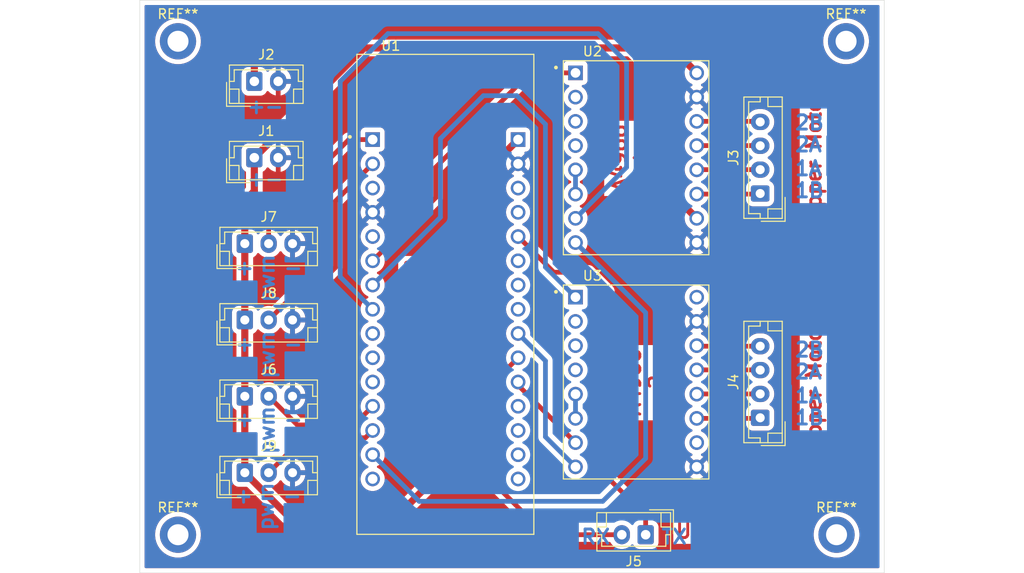
<source format=kicad_pcb>
(kicad_pcb (version 20241229) (generator "pcbnew") (generator_version "9.0")
  (layers (0 "F.Cu" signal) (2 "B.Cu" signal) (13 "F.Paste" user) (15 "B.Paste" user) (5 "F.SilkS" user "F.Silkscreen") (7 "B.SilkS" user "B.Silkscreen") (1 "F.Mask" user) (3 "B.Mask" user) (25 "Edge.Cuts" user))
  (net 0 "")
  (net 1 "+5V")
  (net 2 "GND")
  (net 3 "+24V")
  (net 4 "STEPPER1_2B")
  (net 5 "STEPPER1_2A")
  (net 6 "STEPPER1_1B")
  (net 7 "STEPPER1_1A")
  (net 8 "STEPPER2_1B")
  (net 9 "STEPPER2_2B")
  (net 10 "STEPPER2_2A")
  (net 11 "STEPPER2_1A")
  (net 12 "UART_TX")
  (net 13 "UART_RX")
  (net 14 "PWM_SERVO_1")
  (net 15 "PWM_SERVO_2")
  (net 16 "PWM_SERVO_3")
  (net 17 "PWM_SERVO_4")
  (net 21 "DIR_STEPPER_1")
  (net 22 "STEP_STEPPER_2")
  (net 26 "DIR_STEPPER_2")
  (net 28 "ENABLEB_STEPPER1")
  (net 30 "STEP_STEPPER_1")
  (net 38 "ENABLEB_STEPPER2")
  (net 39 "Net-(U2-~{RESET})")
  (net 43 "Net-(U3-~{RESET})")
  (footprint "MountingHole:MountingHole_2.2mm_M2_DIN965_Pad_TopBottom" (layer "F.Cu") (at 134 39.3)
    (property "Reference" "REF**" (at 0 -2.85 0) (layer "F.SilkS"))
    (property "Value" "MountingHole_2.2mm_M2_DIN965_Pad_TopBottom")
    (pad "1" thru_hole circle (at 0 0) (size 2.6 2.6) (drill 2.2) (layers "*.Cu" "*.Mask"))
    (pad "1" connect circle (at 0 0) (size 3.8 3.8) (layers "F.Cu" "F.Mask"))
    (pad "1" connect circle (at 0 0) (size 3.8 3.8) (layers "B.Cu" "B.Mask"))
  )
  (footprint "A4988:MODULE_A4988_STEPPER_MOTOR_DRIVER_CARRIER" (layer "F.Cu") (at 112 51.5)
    (property "Reference" "U2" (at -4.575 -11.135 0) (layer "F.SilkS"))
    (property "Value" "A4988_STEPPER_MOTOR_DRIVER_CARRIER")
    (fp_line (start -7.62 -10.16) (end 7.62 -10.16) (stroke (width 0.127)) (layer "F.SilkS"))
    (fp_line (start -7.62 10.16) (end -7.62 -10.16) (stroke (width 0.127)) (layer "F.SilkS"))
    (fp_line (start 7.62 -10.16) (end 7.62 10.16) (stroke (width 0.127)) (layer "F.SilkS"))
    (fp_line (start 7.62 10.16) (end -7.62 10.16) (stroke (width 0.127)) (layer "F.SilkS"))
    (fp_circle (center -8.4 -9.45) (end -8.3 -9.45) (stroke (width 0.2)) (fill no) (layer "F.SilkS"))
    (pad "1" thru_hole rect (at -6.35 -8.89) (size 1.53 1.53) (drill 1.02) (layers "*.Cu" "*.Mask") (net 28 "ENABLEB_STEPPER1"))
    (pad "2" thru_hole circle (at -6.35 -6.35) (size 1.53 1.53) (drill 1.02) (layers "*.Cu" "*.Mask"))
    (pad "3" thru_hole circle (at -6.35 -3.81) (size 1.53 1.53) (drill 1.02) (layers "*.Cu" "*.Mask"))
    (pad "4" thru_hole circle (at -6.35 -1.27) (size 1.53 1.53) (drill 1.02) (layers "*.Cu" "*.Mask"))
    (pad "5" thru_hole circle (at -6.35 1.27) (size 1.53 1.53) (drill 1.02) (layers "*.Cu" "*.Mask") (net 39 "Net-(U2-~{RESET})"))
    (pad "6" thru_hole circle (at -6.35 3.81) (size 1.53 1.53) (drill 1.02) (layers "*.Cu" "*.Mask") (net 39 "Net-(U2-~{RESET})"))
    (pad "7" thru_hole circle (at -6.35 6.35) (size 1.53 1.53) (drill 1.02) (layers "*.Cu" "*.Mask") (net 30 "STEP_STEPPER_1"))
    (pad "8" thru_hole circle (at -6.35 8.89) (size 1.53 1.53) (drill 1.02) (layers "*.Cu" "*.Mask") (net 21 "DIR_STEPPER_1"))
    (pad "9" thru_hole circle (at 6.35 8.89) (size 1.53 1.53) (drill 1.02) (layers "*.Cu" "*.Mask") (net 2 "GND"))
    (pad "10" thru_hole circle (at 6.35 6.35) (size 1.53 1.53) (drill 1.02) (layers "*.Cu" "*.Mask") (net 1 "+5V"))
    (pad "11" thru_hole circle (at 6.35 3.81) (size 1.53 1.53) (drill 1.02) (layers "*.Cu" "*.Mask") (net 6 "STEPPER1_1B"))
    (pad "12" thru_hole circle (at 6.35 1.27) (size 1.53 1.53) (drill 1.02) (layers "*.Cu" "*.Mask") (net 7 "STEPPER1_1A"))
    (pad "13" thru_hole circle (at 6.35 -1.27) (size 1.53 1.53) (drill 1.02) (layers "*.Cu" "*.Mask") (net 5 "STEPPER1_2A"))
    (pad "14" thru_hole circle (at 6.35 -3.81) (size 1.53 1.53) (drill 1.02) (layers "*.Cu" "*.Mask") (net 4 "STEPPER1_2B"))
    (pad "15" thru_hole circle (at 6.35 -6.35) (size 1.53 1.53) (drill 1.02) (layers "*.Cu" "*.Mask") (net 2 "GND"))
    (pad "16" thru_hole circle (at 6.35 -8.89) (size 1.53 1.53) (drill 1.02) (layers "*.Cu" "*.Mask") (net 3 "+24V"))
  )
  (footprint "Connector_JST:JST_EH_B2B-EH-A_1x02_P2.50mm_Vertical" (layer "F.Cu") (at 72 51.5)
    (property "Reference" "J1" (at 1.25 -2.8 0) (layer "F.SilkS"))
    (property "Value" "Conn_01x02_Pin")
    (fp_line (start -2.91 0.11) (end -2.91 2.61) (stroke (width 0.12)) (layer "F.SilkS"))
    (fp_line (start -2.91 2.61) (end -0.41 2.61) (stroke (width 0.12)) (layer "F.SilkS"))
    (fp_line (start -2.61 -1.71) (end -2.61 2.31) (stroke (width 0.12)) (layer "F.SilkS"))
    (fp_line (start -2.61 0) (end -2.11 0) (stroke (width 0.12)) (layer "F.SilkS"))
    (fp_line (start -2.61 0.81) (end -1.61 0.81) (stroke (width 0.12)) (layer "F.SilkS"))
    (fp_line (start -2.61 2.31) (end 5.11 2.31) (stroke (width 0.12)) (layer "F.SilkS"))
    (fp_line (start -2.11 -1.21) (end 4.61 -1.21) (stroke (width 0.12)) (layer "F.SilkS"))
    (fp_line (start -2.11 0) (end -2.11 -1.21) (stroke (width 0.12)) (layer "F.SilkS"))
    (fp_line (start -1.61 0.81) (end -1.61 2.31) (stroke (width 0.12)) (layer "F.SilkS"))
    (fp_line (start 4.11 0.81) (end 4.11 2.31) (stroke (width 0.12)) (layer "F.SilkS"))
    (fp_line (start 4.61 -1.21) (end 4.61 0) (stroke (width 0.12)) (layer "F.SilkS"))
    (fp_line (start 4.61 0) (end 5.11 0) (stroke (width 0.12)) (layer "F.SilkS"))
    (fp_line (start 5.11 -1.71) (end -2.61 -1.71) (stroke (width 0.12)) (layer "F.SilkS"))
    (fp_line (start 5.11 0.81) (end 4.11 0.81) (stroke (width 0.12)) (layer "F.SilkS"))
    (fp_line (start 5.11 2.31) (end 5.11 -1.71) (stroke (width 0.12)) (layer "F.SilkS"))
    (pad "1" thru_hole roundrect (at 0 0) (size 1.7 2) (drill 1) (layers "*.Cu" "*.Mask") (roundrect_rratio 0.147059) (net 1 "+5V"))
    (pad "2" thru_hole oval (at 2.5 0) (size 1.7 2) (drill 1) (layers "*.Cu" "*.Mask") (net 2 "GND"))
  )
  (footprint "MountingHole:MountingHole_2.2mm_M2_DIN965_Pad_TopBottom" (layer "F.Cu") (at 64 91)
    (property "Reference" "REF**" (at 0 -2.85 0) (layer "F.SilkS"))
    (property "Value" "MountingHole_2.2mm_M2_DIN965_Pad_TopBottom")
    (pad "1" thru_hole circle (at 0 0) (size 2.6 2.6) (drill 2.2) (layers "*.Cu" "*.Mask"))
    (pad "1" connect circle (at 0 0) (size 3.8 3.8) (layers "F.Cu" "F.Mask"))
    (pad "1" connect circle (at 0 0) (size 3.8 3.8) (layers "B.Cu" "B.Mask"))
  )
  (footprint "Connector_JST:JST_EH_B3B-EH-A_1x03_P2.50mm_Vertical" (layer "F.Cu") (at 71 84.5)
    (property "Reference" "J9" (at 2.5 -2.8 0) (layer "F.SilkS"))
    (property "Value" "Conn_01x03_Pin")
    (fp_line (start -2.91 0.11) (end -2.91 2.61) (stroke (width 0.12)) (layer "F.SilkS"))
    (fp_line (start -2.91 2.61) (end -0.41 2.61) (stroke (width 0.12)) (layer "F.SilkS"))
    (fp_line (start -2.61 -1.71) (end -2.61 2.31) (stroke (width 0.12)) (layer "F.SilkS"))
    (fp_line (start -2.61 0) (end -2.11 0) (stroke (width 0.12)) (layer "F.SilkS"))
    (fp_line (start -2.61 0.81) (end -1.61 0.81) (stroke (width 0.12)) (layer "F.SilkS"))
    (fp_line (start -2.61 2.31) (end 7.61 2.31) (stroke (width 0.12)) (layer "F.SilkS"))
    (fp_line (start -2.11 -1.21) (end 7.11 -1.21) (stroke (width 0.12)) (layer "F.SilkS"))
    (fp_line (start -2.11 0) (end -2.11 -1.21) (stroke (width 0.12)) (layer "F.SilkS"))
    (fp_line (start -1.61 0.81) (end -1.61 2.31) (stroke (width 0.12)) (layer "F.SilkS"))
    (fp_line (start 6.61 0.81) (end 6.61 2.31) (stroke (width 0.12)) (layer "F.SilkS"))
    (fp_line (start 7.11 -1.21) (end 7.11 0) (stroke (width 0.12)) (layer "F.SilkS"))
    (fp_line (start 7.11 0) (end 7.61 0) (stroke (width 0.12)) (layer "F.SilkS"))
    (fp_line (start 7.61 -1.71) (end -2.61 -1.71) (stroke (width 0.12)) (layer "F.SilkS"))
    (fp_line (start 7.61 0.81) (end 6.61 0.81) (stroke (width 0.12)) (layer "F.SilkS"))
    (fp_line (start 7.61 2.31) (end 7.61 -1.71) (stroke (width 0.12)) (layer "F.SilkS"))
    (pad "1" thru_hole roundrect (at 0 0) (size 1.7 1.95) (drill 0.95) (layers "*.Cu" "*.Mask") (roundrect_rratio 0.147059) (net 1 "+5V"))
    (pad "2" thru_hole oval (at 2.5 0) (size 1.7 1.95) (drill 0.95) (layers "*.Cu" "*.Mask") (net 17 "PWM_SERVO_4"))
    (pad "3" thru_hole oval (at 5 0) (size 1.7 1.95) (drill 0.95) (layers "*.Cu" "*.Mask") (net 2 "GND"))
  )
  (footprint "NUCLEO:MODULE_NUCLEO-L432KC" (layer "F.Cu") (at 92.015 65.815)
    (property "Reference" "U1" (at -5.715 -26.035 0) (layer "F.SilkS"))
    (property "Value" "NUCLEO-L432KC")
    (fp_line (start -9.27 -25.145) (end 9.27 -25.145) (stroke (width 0.127)) (layer "F.SilkS"))
    (fp_line (start -9.27 25.145) (end -9.27 -25.145) (stroke (width 0.127)) (layer "F.SilkS"))
    (fp_line (start 9.27 -25.145) (end 9.27 25.145) (stroke (width 0.127)) (layer "F.SilkS"))
    (fp_line (start 9.27 25.145) (end -9.27 25.145) (stroke (width 0.127)) (layer "F.SilkS"))
    (fp_circle (center -10 -16.5) (end -9.9 -16.5) (stroke (width 0.2)) (fill no) (layer "F.SilkS"))
    (pad "CN3_1" thru_hole rect (at -7.62 -16.215) (size 1.53 1.53) (drill 1.02) (layers "*.Cu" "*.Mask") (net 15 "PWM_SERVO_2"))
    (pad "CN3_2" thru_hole circle (at -7.62 -13.675) (size 1.53 1.53) (drill 1.02) (layers "*.Cu" "*.Mask") (net 16 "PWM_SERVO_3"))
    (pad "CN3_3" thru_hole circle (at -7.62 -11.135) (size 1.53 1.53) (drill 1.02) (layers "*.Cu" "*.Mask"))
    (pad "CN3_4" thru_hole circle (at -7.62 -8.595) (size 1.53 1.53) (drill 1.02) (layers "*.Cu" "*.Mask") (net 2 "GND"))
    (pad "CN3_5" thru_hole circle (at -7.62 -6.055) (size 1.53 1.53) (drill 1.02) (layers "*.Cu" "*.Mask"))
    (pad "CN3_6" thru_hole circle (at -7.62 -3.515) (size 1.53 1.53) (drill 1.02) (layers "*.Cu" "*.Mask") (net 28 "ENABLEB_STEPPER1"))
    (pad "CN3_7" thru_hole circle (at -7.62 -0.975) (size 1.53 1.53) (drill 1.02) (layers "*.Cu" "*.Mask") (net 38 "ENABLEB_STEPPER2"))
    (pad "CN3_8" thru_hole circle (at -7.62 1.565) (size 1.53 1.53) (drill 1.02) (layers "*.Cu" "*.Mask") (net 30 "STEP_STEPPER_1"))
    (pad "CN3_9" thru_hole circle (at -7.62 4.105) (size 1.53 1.53) (drill 1.02) (layers "*.Cu" "*.Mask"))
    (pad "CN3_10" thru_hole circle (at -7.62 6.645) (size 1.53 1.53) (drill 1.02) (layers "*.Cu" "*.Mask"))
    (pad "CN3_11" thru_hole circle (at -7.62 9.185) (size 1.53 1.53) (drill 1.02) (layers "*.Cu" "*.Mask"))
    (pad "CN3_12" thru_hole circle (at -7.62 11.725) (size 1.53 1.53) (drill 1.02) (layers "*.Cu" "*.Mask") (net 14 "PWM_SERVO_1"))
    (pad "CN3_13" thru_hole circle (at -7.62 14.265) (size 1.53 1.53) (drill 1.02) (layers "*.Cu" "*.Mask") (net 17 "PWM_SERVO_4"))
    (pad "CN3_14" thru_hole circle (at -7.62 16.805) (size 1.53 1.53) (drill 1.02) (layers "*.Cu" "*.Mask") (net 21 "DIR_STEPPER_1"))
    (pad "CN3_15" thru_hole circle (at -7.62 19.345) (size 1.53 1.53) (drill 1.02) (layers "*.Cu" "*.Mask"))
    (pad "CN4_1" thru_hole rect (at 7.62 -16.215) (size 1.53 1.53) (drill 1.02) (layers "*.Cu" "*.Mask") (net 1 "+5V"))
    (pad "CN4_2" thru_hole circle (at 7.62 -13.675) (size 1.53 1.53) (drill 1.02) (layers "*.Cu" "*.Mask") (net 2 "GND"))
    (pad "CN4_3" thru_hole circle (at 7.62 -11.135) (size 1.53 1.53) (drill 1.02) (layers "*.Cu" "*.Mask"))
    (pad "CN4_4" thru_hole circle (at 7.62 -8.595) (size 1.53 1.53) (drill 1.02) (layers "*.Cu" "*.Mask"))
    (pad "CN4_5" thru_hole circle (at 7.62 -6.055) (size 1.53 1.53) (drill 1.02) (layers "*.Cu" "*.Mask") (net 12 "UART_TX"))
    (pad "CN4_6" thru_hole circle (at 7.62 -3.515) (size 1.53 1.53) (drill 1.02) (layers "*.Cu" "*.Mask"))
    (pad "CN4_7" thru_hole circle (at 7.62 -0.975) (size 1.53 1.53) (drill 1.02) (layers "*.Cu" "*.Mask"))
    (pad "CN4_8" thru_hole circle (at 7.62 1.565) (size 1.53 1.53) (drill 1.02) (layers "*.Cu" "*.Mask"))
    (pad "CN4_9" thru_hole circle (at 7.62 4.105) (size 1.53 1.53) (drill 1.02) (layers "*.Cu" "*.Mask") (net 26 "DIR_STEPPER_2"))
    (pad "CN4_10" thru_hole circle (at 7.62 6.645) (size 1.53 1.53) (drill 1.02) (layers "*.Cu" "*.Mask") (net 13 "UART_RX"))
    (pad "CN4_11" thru_hole circle (at 7.62 9.185) (size 1.53 1.53) (drill 1.02) (layers "*.Cu" "*.Mask") (net 22 "STEP_STEPPER_2"))
    (pad "CN4_12" thru_hole circle (at 7.62 11.725) (size 1.53 1.53) (drill 1.02) (layers "*.Cu" "*.Mask"))
    (pad "CN4_13" thru_hole circle (at 7.62 14.265) (size 1.53 1.53) (drill 1.02) (layers "*.Cu" "*.Mask"))
    (pad "CN4_14" thru_hole circle (at 7.62 16.805) (size 1.53 1.53) (drill 1.02) (layers "*.Cu" "*.Mask"))
    (pad "CN4_15" thru_hole circle (at 7.62 19.345) (size 1.53 1.53) (drill 1.02) (layers "*.Cu" "*.Mask"))
  )
  (footprint "MountingHole:MountingHole_2.2mm_M2_DIN965_Pad_TopBottom" (layer "F.Cu") (at 133 91)
    (property "Reference" "REF**" (at 0 -2.85 0) (layer "F.SilkS"))
    (property "Value" "MountingHole_2.2mm_M2_DIN965_Pad_TopBottom")
    (pad "1" thru_hole circle (at 0 0) (size 2.6 2.6) (drill 2.2) (layers "*.Cu" "*.Mask"))
    (pad "1" connect circle (at 0 0) (size 3.8 3.8) (layers "F.Cu" "F.Mask"))
    (pad "1" connect circle (at 0 0) (size 3.8 3.8) (layers "B.Cu" "B.Mask"))
  )
  (footprint "A4988:MODULE_A4988_STEPPER_MOTOR_DRIVER_CARRIER" (layer "F.Cu") (at 112 75)
    (property "Reference" "U3" (at -4.575 -11.135 0) (layer "F.SilkS"))
    (property "Value" "A4988_STEPPER_MOTOR_DRIVER_CARRIER")
    (fp_line (start -7.62 -10.16) (end 7.62 -10.16) (stroke (width 0.127)) (layer "F.SilkS"))
    (fp_line (start -7.62 10.16) (end -7.62 -10.16) (stroke (width 0.127)) (layer "F.SilkS"))
    (fp_line (start 7.62 -10.16) (end 7.62 10.16) (stroke (width 0.127)) (layer "F.SilkS"))
    (fp_line (start 7.62 10.16) (end -7.62 10.16) (stroke (width 0.127)) (layer "F.SilkS"))
    (fp_circle (center -8.4 -9.45) (end -8.3 -9.45) (stroke (width 0.2)) (fill no) (layer "F.SilkS"))
    (pad "1" thru_hole rect (at -6.35 -8.89) (size 1.53 1.53) (drill 1.02) (layers "*.Cu" "*.Mask") (net 38 "ENABLEB_STEPPER2"))
    (pad "2" thru_hole circle (at -6.35 -6.35) (size 1.53 1.53) (drill 1.02) (layers "*.Cu" "*.Mask"))
    (pad "3" thru_hole circle (at -6.35 -3.81) (size 1.53 1.53) (drill 1.02) (layers "*.Cu" "*.Mask"))
    (pad "4" thru_hole circle (at -6.35 -1.27) (size 1.53 1.53) (drill 1.02) (layers "*.Cu" "*.Mask"))
    (pad "5" thru_hole circle (at -6.35 1.27) (size 1.53 1.53) (drill 1.02) (layers "*.Cu" "*.Mask") (net 43 "Net-(U3-~{RESET})"))
    (pad "6" thru_hole circle (at -6.35 3.81) (size 1.53 1.53) (drill 1.02) (layers "*.Cu" "*.Mask") (net 43 "Net-(U3-~{RESET})"))
    (pad "7" thru_hole circle (at -6.35 6.35) (size 1.53 1.53) (drill 1.02) (layers "*.Cu" "*.Mask") (net 22 "STEP_STEPPER_2"))
    (pad "8" thru_hole circle (at -6.35 8.89) (size 1.53 1.53) (drill 1.02) (layers "*.Cu" "*.Mask") (net 26 "DIR_STEPPER_2"))
    (pad "9" thru_hole circle (at 6.35 8.89) (size 1.53 1.53) (drill 1.02) (layers "*.Cu" "*.Mask") (net 2 "GND"))
    (pad "10" thru_hole circle (at 6.35 6.35) (size 1.53 1.53) (drill 1.02) (layers "*.Cu" "*.Mask") (net 1 "+5V"))
    (pad "11" thru_hole circle (at 6.35 3.81) (size 1.53 1.53) (drill 1.02) (layers "*.Cu" "*.Mask") (net 8 "STEPPER2_1B"))
    (pad "12" thru_hole circle (at 6.35 1.27) (size 1.53 1.53) (drill 1.02) (layers "*.Cu" "*.Mask") (net 11 "STEPPER2_1A"))
    (pad "13" thru_hole circle (at 6.35 -1.27) (size 1.53 1.53) (drill 1.02) (layers "*.Cu" "*.Mask") (net 10 "STEPPER2_2A"))
    (pad "14" thru_hole circle (at 6.35 -3.81) (size 1.53 1.53) (drill 1.02) (layers "*.Cu" "*.Mask") (net 9 "STEPPER2_2B"))
    (pad "15" thru_hole circle (at 6.35 -6.35) (size 1.53 1.53) (drill 1.02) (layers "*.Cu" "*.Mask") (net 2 "GND"))
    (pad "16" thru_hole circle (at 6.35 -8.89) (size 1.53 1.53) (drill 1.02) (layers "*.Cu" "*.Mask") (net 3 "+24V"))
  )
  (footprint "Connector_JST:JST_EH_B2B-EH-A_1x02_P2.50mm_Vertical" (layer "F.Cu") (at 113 91 180)
    (property "Reference" "J5" (at 1.25 -2.8 0) (layer "F.SilkS"))
    (property "Value" "Conn_01x02_Pin")
    (fp_line (start 5.11 2.31) (end 5.11 -1.71) (stroke (width 0.12)) (layer "F.SilkS"))
    (fp_line (start 5.11 0.81) (end 4.11 0.81) (stroke (width 0.12)) (layer "F.SilkS"))
    (fp_line (start 5.11 -1.71) (end -2.61 -1.71) (stroke (width 0.12)) (layer "F.SilkS"))
    (fp_line (start 4.61 0) (end 5.11 0) (stroke (width 0.12)) (layer "F.SilkS"))
    (fp_line (start 4.61 -1.21) (end 4.61 0) (stroke (width 0.12)) (layer "F.SilkS"))
    (fp_line (start 4.11 0.81) (end 4.11 2.31) (stroke (width 0.12)) (layer "F.SilkS"))
    (fp_line (start -1.61 0.81) (end -1.61 2.31) (stroke (width 0.12)) (layer "F.SilkS"))
    (fp_line (start -2.11 0) (end -2.11 -1.21) (stroke (width 0.12)) (layer "F.SilkS"))
    (fp_line (start -2.11 -1.21) (end 4.61 -1.21) (stroke (width 0.12)) (layer "F.SilkS"))
    (fp_line (start -2.61 2.31) (end 5.11 2.31) (stroke (width 0.12)) (layer "F.SilkS"))
    (fp_line (start -2.61 0.81) (end -1.61 0.81) (stroke (width 0.12)) (layer "F.SilkS"))
    (fp_line (start -2.61 0) (end -2.11 0) (stroke (width 0.12)) (layer "F.SilkS"))
    (fp_line (start -2.61 -1.71) (end -2.61 2.31) (stroke (width 0.12)) (layer "F.SilkS"))
    (fp_line (start -2.91 2.61) (end -0.41 2.61) (stroke (width 0.12)) (layer "F.SilkS"))
    (fp_line (start -2.91 0.11) (end -2.91 2.61) (stroke (width 0.12)) (layer "F.SilkS"))
    (pad "1" thru_hole roundrect (at 0 0 180) (size 1.7 2) (drill 1) (layers "*.Cu" "*.Mask") (roundrect_rratio 0.147059) (net 12 "UART_TX"))
    (pad "2" thru_hole oval (at 2.5 0 180) (size 1.7 2) (drill 1) (layers "*.Cu" "*.Mask") (net 13 "UART_RX"))
  )
  (footprint "Connector_JST:JST_EH_B3B-EH-A_1x03_P2.50mm_Vertical" (layer "F.Cu") (at 71 60.5)
    (property "Reference" "J7" (at 2.5 -2.8 0) (layer "F.SilkS"))
    (property "Value" "Conn_01x03_Pin")
    (fp_line (start -2.91 0.11) (end -2.91 2.61) (stroke (width 0.12)) (layer "F.SilkS"))
    (fp_line (start -2.91 2.61) (end -0.41 2.61) (stroke (width 0.12)) (layer "F.SilkS"))
    (fp_line (start -2.61 -1.71) (end -2.61 2.31) (stroke (width 0.12)) (layer "F.SilkS"))
    (fp_line (start -2.61 0) (end -2.11 0) (stroke (width 0.12)) (layer "F.SilkS"))
    (fp_line (start -2.61 0.81) (end -1.61 0.81) (stroke (width 0.12)) (layer "F.SilkS"))
    (fp_line (start -2.61 2.31) (end 7.61 2.31) (stroke (width 0.12)) (layer "F.SilkS"))
    (fp_line (start -2.11 -1.21) (end 7.11 -1.21) (stroke (width 0.12)) (layer "F.SilkS"))
    (fp_line (start -2.11 0) (end -2.11 -1.21) (stroke (width 0.12)) (layer "F.SilkS"))
    (fp_line (start -1.61 0.81) (end -1.61 2.31) (stroke (width 0.12)) (layer "F.SilkS"))
    (fp_line (start 6.61 0.81) (end 6.61 2.31) (stroke (width 0.12)) (layer "F.SilkS"))
    (fp_line (start 7.11 -1.21) (end 7.11 0) (stroke (width 0.12)) (layer "F.SilkS"))
    (fp_line (start 7.11 0) (end 7.61 0) (stroke (width 0.12)) (layer "F.SilkS"))
    (fp_line (start 7.61 -1.71) (end -2.61 -1.71) (stroke (width 0.12)) (layer "F.SilkS"))
    (fp_line (start 7.61 0.81) (end 6.61 0.81) (stroke (width 0.12)) (layer "F.SilkS"))
    (fp_line (start 7.61 2.31) (end 7.61 -1.71) (stroke (width 0.12)) (layer "F.SilkS"))
    (pad "1" thru_hole roundrect (at 0 0) (size 1.7 1.95) (drill 0.95) (layers "*.Cu" "*.Mask") (roundrect_rratio 0.147059) (net 1 "+5V"))
    (pad "2" thru_hole oval (at 2.5 0) (size 1.7 1.95) (drill 0.95) (layers "*.Cu" "*.Mask") (net 15 "PWM_SERVO_2"))
    (pad "3" thru_hole oval (at 5 0) (size 1.7 1.95) (drill 0.95) (layers "*.Cu" "*.Mask") (net 2 "GND"))
  )
  (footprint "Connector_JST:JST_EH_B3B-EH-A_1x03_P2.50mm_Vertical" (layer "F.Cu") (at 71 76.5)
    (property "Reference" "J6" (at 2.5 -2.8 0) (layer "F.SilkS"))
    (property "Value" "Conn_01x03_Pin")
    (fp_line (start -2.91 0.11) (end -2.91 2.61) (stroke (width 0.12)) (layer "F.SilkS"))
    (fp_line (start -2.91 2.61) (end -0.41 2.61) (stroke (width 0.12)) (layer "F.SilkS"))
    (fp_line (start -2.61 -1.71) (end -2.61 2.31) (stroke (width 0.12)) (layer "F.SilkS"))
    (fp_line (start -2.61 0) (end -2.11 0) (stroke (width 0.12)) (layer "F.SilkS"))
    (fp_line (start -2.61 0.81) (end -1.61 0.81) (stroke (width 0.12)) (layer "F.SilkS"))
    (fp_line (start -2.61 2.31) (end 7.61 2.31) (stroke (width 0.12)) (layer "F.SilkS"))
    (fp_line (start -2.11 -1.21) (end 7.11 -1.21) (stroke (width 0.12)) (layer "F.SilkS"))
    (fp_line (start -2.11 0) (end -2.11 -1.21) (stroke (width 0.12)) (layer "F.SilkS"))
    (fp_line (start -1.61 0.81) (end -1.61 2.31) (stroke (width 0.12)) (layer "F.SilkS"))
    (fp_line (start 6.61 0.81) (end 6.61 2.31) (stroke (width 0.12)) (layer "F.SilkS"))
    (fp_line (start 7.11 -1.21) (end 7.11 0) (stroke (width 0.12)) (layer "F.SilkS"))
    (fp_line (start 7.11 0) (end 7.61 0) (stroke (width 0.12)) (layer "F.SilkS"))
    (fp_line (start 7.61 -1.71) (end -2.61 -1.71) (stroke (width 0.12)) (layer "F.SilkS"))
    (fp_line (start 7.61 0.81) (end 6.61 0.81) (stroke (width 0.12)) (layer "F.SilkS"))
    (fp_line (start 7.61 2.31) (end 7.61 -1.71) (stroke (width 0.12)) (layer "F.SilkS"))
    (pad "1" thru_hole roundrect (at 0 0) (size 1.7 1.95) (drill 0.95) (layers "*.Cu" "*.Mask") (roundrect_rratio 0.147059) (net 1 "+5V"))
    (pad "2" thru_hole oval (at 2.5 0) (size 1.7 1.95) (drill 0.95) (layers "*.Cu" "*.Mask") (net 14 "PWM_SERVO_1"))
    (pad "3" thru_hole oval (at 5 0) (size 1.7 1.95) (drill 0.95) (layers "*.Cu" "*.Mask") (net 2 "GND"))
  )
  (footprint "Connector_JST:JST_EH_B4B-EH-A_1x04_P2.50mm_Vertical" (layer "F.Cu") (at 125 55.25 90)
    (property "Reference" "J3" (at 3.75 -2.8 90) (layer "F.SilkS"))
    (property "Value" "Conn_01x04_Pin")
    (fp_line (start 10.11 -1.71) (end -2.61 -1.71) (stroke (width 0.12)) (layer "F.SilkS"))
    (fp_line (start -2.61 -1.71) (end -2.61 2.31) (stroke (width 0.12)) (layer "F.SilkS"))
    (fp_line (start 9.61 -1.21) (end 9.61 0) (stroke (width 0.12)) (layer "F.SilkS"))
    (fp_line (start -2.11 -1.21) (end 9.61 -1.21) (stroke (width 0.12)) (layer "F.SilkS"))
    (fp_line (start 9.61 0) (end 10.11 0) (stroke (width 0.12)) (layer "F.SilkS"))
    (fp_line (start -2.11 0) (end -2.11 -1.21) (stroke (width 0.12)) (layer "F.SilkS"))
    (fp_line (start -2.61 0) (end -2.11 0) (stroke (width 0.12)) (layer "F.SilkS"))
    (fp_line (start -2.91 0.11) (end -2.91 2.61) (stroke (width 0.12)) (layer "F.SilkS"))
    (fp_line (start 10.11 0.81) (end 9.11 0.81) (stroke (width 0.12)) (layer "F.SilkS"))
    (fp_line (start 9.11 0.81) (end 9.11 2.31) (stroke (width 0.12)) (layer "F.SilkS"))
    (fp_line (start -1.61 0.81) (end -1.61 2.31) (stroke (width 0.12)) (layer "F.SilkS"))
    (fp_line (start -2.61 0.81) (end -1.61 0.81) (stroke (width 0.12)) (layer "F.SilkS"))
    (fp_line (start 10.11 2.31) (end 10.11 -1.71) (stroke (width 0.12)) (layer "F.SilkS"))
    (fp_line (start -2.61 2.31) (end 10.11 2.31) (stroke (width 0.12)) (layer "F.SilkS"))
    (fp_line (start -2.91 2.61) (end -0.41 2.61) (stroke (width 0.12)) (layer "F.SilkS"))
    (pad "1" thru_hole roundrect (at 0 0 90) (size 1.7 1.95) (drill 0.95) (layers "*.Cu" "*.Mask") (roundrect_rratio 0.147059) (net 6 "STEPPER1_1B"))
    (pad "2" thru_hole oval (at 2.5 0 90) (size 1.7 1.95) (drill 0.95) (layers "*.Cu" "*.Mask") (net 7 "STEPPER1_1A"))
    (pad "3" thru_hole oval (at 5 0 90) (size 1.7 1.95) (drill 0.95) (layers "*.Cu" "*.Mask") (net 5 "STEPPER1_2A"))
    (pad "4" thru_hole oval (at 7.5 0 90) (size 1.7 1.95) (drill 0.95) (layers "*.Cu" "*.Mask") (net 4 "STEPPER1_2B"))
  )
  (footprint "Connector_JST:JST_EH_B4B-EH-A_1x04_P2.50mm_Vertical" (layer "F.Cu") (at 125 78.75 90)
    (property "Reference" "J4" (at 3.75 -2.8 90) (layer "F.SilkS"))
    (property "Value" "Conn_01x04_Pin")
    (fp_line (start 10.11 -1.71) (end -2.61 -1.71) (stroke (width 0.12)) (layer "F.SilkS"))
    (fp_line (start -2.61 -1.71) (end -2.61 2.31) (stroke (width 0.12)) (layer "F.SilkS"))
    (fp_line (start 9.61 -1.21) (end 9.61 0) (stroke (width 0.12)) (layer "F.SilkS"))
    (fp_line (start -2.11 -1.21) (end 9.61 -1.21) (stroke (width 0.12)) (layer "F.SilkS"))
    (fp_line (start 9.61 0) (end 10.11 0) (stroke (width 0.12)) (layer "F.SilkS"))
    (fp_line (start -2.11 0) (end -2.11 -1.21) (stroke (width 0.12)) (layer "F.SilkS"))
    (fp_line (start -2.61 0) (end -2.11 0) (stroke (width 0.12)) (layer "F.SilkS"))
    (fp_line (start -2.91 0.11) (end -2.91 2.61) (stroke (width 0.12)) (layer "F.SilkS"))
    (fp_line (start 10.11 0.81) (end 9.11 0.81) (stroke (width 0.12)) (layer "F.SilkS"))
    (fp_line (start 9.11 0.81) (end 9.11 2.31) (stroke (width 0.12)) (layer "F.SilkS"))
    (fp_line (start -1.61 0.81) (end -1.61 2.31) (stroke (width 0.12)) (layer "F.SilkS"))
    (fp_line (start -2.61 0.81) (end -1.61 0.81) (stroke (width 0.12)) (layer "F.SilkS"))
    (fp_line (start 10.11 2.31) (end 10.11 -1.71) (stroke (width 0.12)) (layer "F.SilkS"))
    (fp_line (start -2.61 2.31) (end 10.11 2.31) (stroke (width 0.12)) (layer "F.SilkS"))
    (fp_line (start -2.91 2.61) (end -0.41 2.61) (stroke (width 0.12)) (layer "F.SilkS"))
    (pad "1" thru_hole roundrect (at 0 0 90) (size 1.7 1.95) (drill 0.95) (layers "*.Cu" "*.Mask") (roundrect_rratio 0.147059) (net 8 "STEPPER2_1B"))
    (pad "2" thru_hole oval (at 2.5 0 90) (size 1.7 1.95) (drill 0.95) (layers "*.Cu" "*.Mask") (net 11 "STEPPER2_1A"))
    (pad "3" thru_hole oval (at 5 0 90) (size 1.7 1.95) (drill 0.95) (layers "*.Cu" "*.Mask") (net 10 "STEPPER2_2A"))
    (pad "4" thru_hole oval (at 7.5 0 90) (size 1.7 1.95) (drill 0.95) (layers "*.Cu" "*.Mask") (net 9 "STEPPER2_2B"))
  )
  (footprint "Connector_JST:JST_EH_B2B-EH-A_1x02_P2.50mm_Vertical" (layer "F.Cu") (at 72 43.5)
    (property "Reference" "J2" (at 1.25 -2.8 0) (layer "F.SilkS"))
    (property "Value" "Conn_01x02_Pin")
    (fp_line (start -2.91 0.11) (end -2.91 2.61) (stroke (width 0.12)) (layer "F.SilkS"))
    (fp_line (start -2.91 2.61) (end -0.41 2.61) (stroke (width 0.12)) (layer "F.SilkS"))
    (fp_line (start -2.61 -1.71) (end -2.61 2.31) (stroke (width 0.12)) (layer "F.SilkS"))
    (fp_line (start -2.61 0) (end -2.11 0) (stroke (width 0.12)) (layer "F.SilkS"))
    (fp_line (start -2.61 0.81) (end -1.61 0.81) (stroke (width 0.12)) (layer "F.SilkS"))
    (fp_line (start -2.61 2.31) (end 5.11 2.31) (stroke (width 0.12)) (layer "F.SilkS"))
    (fp_line (start -2.11 -1.21) (end 4.61 -1.21) (stroke (width 0.12)) (layer "F.SilkS"))
    (fp_line (start -2.11 0) (end -2.11 -1.21) (stroke (width 0.12)) (layer "F.SilkS"))
    (fp_line (start -1.61 0.81) (end -1.61 2.31) (stroke (width 0.12)) (layer "F.SilkS"))
    (fp_line (start 4.11 0.81) (end 4.11 2.31) (stroke (width 0.12)) (layer "F.SilkS"))
    (fp_line (start 4.61 -1.21) (end 4.61 0) (stroke (width 0.12)) (layer "F.SilkS"))
    (fp_line (start 4.61 0) (end 5.11 0) (stroke (width 0.12)) (layer "F.SilkS"))
    (fp_line (start 5.11 -1.71) (end -2.61 -1.71) (stroke (width 0.12)) (layer "F.SilkS"))
    (fp_line (start 5.11 0.81) (end 4.11 0.81) (stroke (width 0.12)) (layer "F.SilkS"))
    (fp_line (start 5.11 2.31) (end 5.11 -1.71) (stroke (width 0.12)) (layer "F.SilkS"))
    (pad "1" thru_hole roundrect (at 0 0) (size 1.7 2) (drill 1) (layers "*.Cu" "*.Mask") (roundrect_rratio 0.147059) (net 3 "+24V"))
    (pad "2" thru_hole oval (at 2.5 0) (size 1.7 2) (drill 1) (layers "*.Cu" "*.Mask") (net 2 "GND"))
  )
  (footprint "Connector_JST:JST_EH_B3B-EH-A_1x03_P2.50mm_Vertical" (layer "F.Cu") (at 71 68.5)
    (property "Reference" "J8" (at 2.5 -2.8 0) (layer "F.SilkS"))
    (property "Value" "Conn_01x03_Pin")
    (fp_line (start -2.91 0.11) (end -2.91 2.61) (stroke (width 0.12)) (layer "F.SilkS"))
    (fp_line (start -2.91 2.61) (end -0.41 2.61) (stroke (width 0.12)) (layer "F.SilkS"))
    (fp_line (start -2.61 -1.71) (end -2.61 2.31) (stroke (width 0.12)) (layer "F.SilkS"))
    (fp_line (start -2.61 0) (end -2.11 0) (stroke (width 0.12)) (layer "F.SilkS"))
    (fp_line (start -2.61 0.81) (end -1.61 0.81) (stroke (width 0.12)) (layer "F.SilkS"))
    (fp_line (start -2.61 2.31) (end 7.61 2.31) (stroke (width 0.12)) (layer "F.SilkS"))
    (fp_line (start -2.11 -1.21) (end 7.11 -1.21) (stroke (width 0.12)) (layer "F.SilkS"))
    (fp_line (start -2.11 0) (end -2.11 -1.21) (stroke (width 0.12)) (layer "F.SilkS"))
    (fp_line (start -1.61 0.81) (end -1.61 2.31) (stroke (width 0.12)) (layer "F.SilkS"))
    (fp_line (start 6.61 0.81) (end 6.61 2.31) (stroke (width 0.12)) (layer "F.SilkS"))
    (fp_line (start 7.11 -1.21) (end 7.11 0) (stroke (width 0.12)) (layer "F.SilkS"))
    (fp_line (start 7.11 0) (end 7.61 0) (stroke (width 0.12)) (layer "F.SilkS"))
    (fp_line (start 7.61 -1.71) (end -2.61 -1.71) (stroke (width 0.12)) (layer "F.SilkS"))
    (fp_line (start 7.61 0.81) (end 6.61 0.81) (stroke (width 0.12)) (layer "F.SilkS"))
    (fp_line (start 7.61 2.31) (end 7.61 -1.71) (stroke (width 0.12)) (layer "F.SilkS"))
    (pad "1" thru_hole roundrect (at 0 0) (size 1.7 1.95) (drill 0.95) (layers "*.Cu" "*.Mask") (roundrect_rratio 0.147059) (net 1 "+5V"))
    (pad "2" thru_hole oval (at 2.5 0) (size 1.7 1.95) (drill 0.95) (layers "*.Cu" "*.Mask") (net 16 "PWM_SERVO_3"))
    (pad "3" thru_hole oval (at 5 0) (size 1.7 1.95) (drill 0.95) (layers "*.Cu" "*.Mask") (net 2 "GND"))
  )
  (footprint "MountingHole:MountingHole_2.2mm_M2_DIN965_Pad_TopBottom" (layer "F.Cu") (at 64 39.3)
    (property "Reference" "REF**" (at 0 -2.85 0) (layer "F.SilkS"))
    (property "Value" "MountingHole_2.2mm_M2_DIN965_Pad_TopBottom")
    (pad "1" thru_hole circle (at 0 0) (size 2.6 2.6) (drill 2.2) (layers "*.Cu" "*.Mask"))
    (pad "1" connect circle (at 0 0) (size 3.8 3.8) (layers "F.Cu" "F.Mask"))
    (pad "1" connect circle (at 0 0) (size 3.8 3.8) (layers "B.Cu" "B.Mask"))
  )
  (gr_rect (start 60 35) (end 138 95) (stroke (width 0.05)) (fill no) (layer "Edge.Cuts"))
  (gr_text "A4988\n1" (at 113.5 51.5 90) (layer "F.Cu") (effects (font (size 1.5 1.5) (thickness 0.3) (bold yes)) (justify bottom)))
  (gr_text "Servo\n3" (at 64.25 71 0) (layer "F.Cu") (effects (font (size 1.5 1.5) (thickness 0.3) (bold yes)) (justify bottom)))
  (gr_text "Servo\n1" (at 64.25 78.75 0) (layer "F.Cu") (effects (font (size 1.5 1.5) (thickness 0.3) (bold yes)) (justify bottom)))
  (gr_text "Servo\n2" (at 64.25 63 0) (layer "F.Cu") (effects (font (size 1.5 1.5) (thickness 0.3) (bold yes)) (justify bottom)))
  (gr_text "+5V" (at 62 53 0) (layer "F.Cu") (effects (font (size 1.5 1.5) (thickness 0.3) (bold yes)) (justify left bottom)))
  (gr_text "Servo\n4" (at 64.25 86.75 0) (layer "F.Cu") (effects (font (size 1.5 1.5) (thickness 0.3) (bold yes)) (justify bottom)))
  (gr_text "+24V" (at 62 45.5 0) (layer "F.Cu") (effects (font (size 1.5 1.5) (thickness 0.3) (bold yes)) (justify left bottom)))
  (gr_text "A4988\n2" (at 115 75 90) (layer "F.Cu") (effects (font (size 1.5 1.5) (thickness 0.3) (bold yes)) (justify bottom)))
  (gr_text "Stepper Motor 1" (at 131.5 60.5 90) (layer "F.Cu") (effects (font (size 1.5 1.5) (thickness 0.3) (bold yes)) (justify left bottom)))
  (gr_text "UART Port" (at 116 91.5 0) (layer "F.Cu") (effects (font (size 1.5 1.5) (thickness 0.3) (bold yes)) (justify left bottom)))
  (gr_text "STM32L432KC" (at 89.5 78 90) (layer "F.Cu") (effects (font (size 1.5 1.5) (thickness 0.3) (bold yes)) (justify left bottom)))
  (gr_text "Stepper Motor 2" (at 131.5 84.5 90) (layer "F.Cu") (effects (font (size 1.5 1.5) (thickness 0.3) (bold yes)) (justify left bottom)))
  (gr_text "pwm" (at 74.1 90.7 90) (layer "B.Cu") (effects (font (size 1.5 1.5) (thickness 0.3) (bold yes)) (justify left bottom)))
  (gr_text "pwm" (at 74.2 66.8 90) (layer "B.Cu") (effects (font (size 1.5 1.5) (thickness 0.3) (bold yes)) (justify left bottom)))
  (gr_text "1B" (at 128.5 55.8 0) (layer "B.Cu") (effects (font (size 1.5 1.5) (thickness 0.3) (bold yes)) (justify left bottom)))
  (gr_text "-" (at 77.2 63.9 0) (layer "B.Cu") (effects (font (size 1.5 1.5) (thickness 0.3) (bold yes)) (justify left bottom mirror)))
  (gr_text "1B" (at 128.5 79.6 0) (layer "B.Cu") (effects (font (size 1.5 1.5) (thickness 0.3) (bold yes)) (justify left bottom)))
  (gr_text "-" (at 77.2 79.8 0) (layer "B.Cu") (effects (font (size 1.5 1.5) (thickness 0.3) (bold yes)) (justify left bottom mirror)))
  (gr_text "2B" (at 128.5 72.5 0) (layer "B.Cu") (effects (font (size 1.5 1.5) (thickness 0.3) (bold yes)) (justify left bottom)))
  (gr_text "2A" (at 128.5 74.8 0) (layer "B.Cu") (effects (font (size 1.5 1.5) (thickness 0.3) (bold yes)) (justify left bottom)))
  (gr_text "2B" (at 128.5 48.7 0) (layer "B.Cu") (effects (font (size 1.5 1.5) (thickness 0.3) (bold yes)) (justify left bottom)))
  (gr_text "RX" (at 106.1 92.1 0) (layer "B.Cu") (effects (font (size 1.5 1.5) (thickness 0.3) (bold yes)) (justify left bottom)))
  (gr_text "-+" (at 75.2 54.6 0) (layer "B.Cu") (effects (font (size 1.5 1.5) (thickness 0.3) (bold yes)) (justify left bottom mirror)))
  (gr_text "+" (at 72 87.8 0) (layer "B.Cu") (effects (font (size 1.5 1.5) (thickness 0.3) (bold yes)) (justify left bottom mirror)))
  (gr_text "+" (at 72.1 79.8 0) (layer "B.Cu") (effects (font (size 1.5 1.5) (thickness 0.3) (bold yes)) (justify left bottom mirror)))
  (gr_text "-" (at 77.2 71.9 0) (layer "B.Cu") (effects (font (size 1.5 1.5) (thickness 0.3) (bold yes)) (justify left bottom mirror)))
  (gr_text "-+" (at 75.2 47 0) (layer "B.Cu") (effects (font (size 1.5 1.5) (thickness 0.3) (bold yes)) (justify left bottom mirror)))
  (gr_text "2A" (at 128.5 51 0) (layer "B.Cu") (effects (font (size 1.5 1.5) (thickness 0.3) (bold yes)) (justify left bottom)))
  (gr_text "pwm" (at 74.2 74.8 90) (layer "B.Cu") (effects (font (size 1.5 1.5) (thickness 0.3) (bold yes)) (justify left bottom)))
  (gr_text "+" (at 72.1 63.9 0) (layer "B.Cu") (effects (font (size 1.5 1.5) (thickness 0.3) (bold yes)) (justify left bottom mirror)))
  (gr_text "pwm" (at 74.2 82.7 90) (layer "B.Cu") (effects (font (size 1.5 1.5) (thickness 0.3) (bold yes)) (justify left bottom)))
  (gr_text "+" (at 72.1 71.9 0) (layer "B.Cu") (effects (font (size 1.5 1.5) (thickness 0.3) (bold yes)) (justify left bottom mirror)))
  (gr_text "TX" (at 114.5 92.1 0) (layer "B.Cu") (effects (font (size 1.5 1.5) (thickness 0.3) (bold yes)) (justify left bottom)))
  (gr_text "-" (at 77.1 87.8 0) (layer "B.Cu") (effects (font (size 1.5 1.5) (thickness 0.3) (bold yes)) (justify left bottom mirror)))
  (gr_text "1A" (at 128.5 77.3 0) (layer "B.Cu") (effects (font (size 1.5 1.5) (thickness 0.3) (bold yes)) (justify left bottom)))
  (gr_text "1A" (at 128.5 53.5 0) (layer "B.Cu") (effects (font (size 1.5 1.5) (thickness 0.3) (bold yes)) (justify left bottom)))
  (segment (start 118.35 57.85) (end 115.5 55) (width 0.75) (layer "F.Cu") (net 1))
  (segment (start 115.5 44) (end 111.5 40) (width 0.75) (layer "F.Cu") (net 1))
  (segment (start 83.5 40) (end 72 51.5) (width 0.75) (layer "F.Cu") (net 1))
  (segment (start 93.5 82.5) (end 93.5 55.735) (width 0.75) (layer "F.Cu") (net 1))
  (segment (start 71 84.5) (end 75.5 89) (width 0.75) (layer "F.Cu") (net 1))
  (segment (start 111.5 40) (end 83.5 40) (width 0.75) (layer "F.Cu") (net 1))
  (segment (start 71 76.5) (end 71 84.5) (width 0.75) (layer "F.Cu") (net 1))
  (segment (start 71 56) (end 71 60.5) (width 0.75) (layer "F.Cu") (net 1))
  (segment (start 75.5 89) (end 87 89) (width 0.75) (layer "F.Cu") (net 1))
  (segment (start 72 51.5) (end 72 55) (width 0.75) (layer "F.Cu") (net 1))
  (segment (start 71 60.5) (end 71 68.5) (width 0.75) (layer "F.Cu") (net 1))
  (segment (start 72 55) (end 71 56) (width 0.75) (layer "F.Cu") (net 1))
  (segment (start 115.5 55) (end 115.5 44) (width 0.75) (layer "F.Cu") (net 1))
  (segment (start 87 89) (end 93.5 82.5) (width 0.75) (layer "F.Cu") (net 1))
  (segment (start 71 68.5) (end 71 76.5) (width 0.75) (layer "F.Cu") (net 1))
  (segment (start 93.5 55.735) (end 99.635 49.6) (width 0.75) (layer "F.Cu") (net 1))
  (segment (start 76 36.5) (end 112.24 36.5) (width 0.75) (layer "F.Cu") (net 3))
  (segment (start 72 40.5) (end 76 36.5) (width 0.75) (layer "F.Cu") (net 3))
  (segment (start 72 43.5) (end 72 40.5) (width 0.75) (layer "F.Cu") (net 3))
  (segment (start 112.24 36.5) (end 118.35 42.61) (width 0.75) (layer "F.Cu") (net 3))
  (segment (start 118.54 47.5) (end 118.35 47.69) (width 0.5) (layer "F.Cu") (net 4))
  (segment (start 118.41 47.75) (end 118.35 47.69) (width 0.5) (layer "F.Cu") (net 4))
  (segment (start 118.35 47.69) (end 124.94 47.69) (width 0.5) (layer "F.Cu") (net 4))
  (segment (start 124.94 47.69) (end 125 47.75) (width 0.5) (layer "F.Cu") (net 4))
  (segment (start 118.35 50.23) (end 124.98 50.23) (width 0.5) (layer "F.Cu") (net 5))
  (segment (start 124.98 50.23) (end 125 50.25) (width 0.5) (layer "F.Cu") (net 5))
  (segment (start 118.37 50.25) (end 118.35 50.23) (width 0.5) (layer "F.Cu") (net 5))
  (segment (start 118.58 50) (end 118.35 50.23) (width 0.5) (layer "F.Cu") (net 5))
  (segment (start 124.75 55.25) (end 124.69 55.31) (width 0.5) (layer "F.Cu") (net 6))
  (segment (start 125 55.25) (end 124.75 55.25) (width 0.5) (layer "F.Cu") (net 6))
  (segment (start 124.69 55.31) (end 118.35 55.31) (width 0.5) (layer "F.Cu") (net 6))
  (segment (start 118.66 55) (end 118.35 55.31) (width 0.5) (layer "F.Cu") (net 6))
  (segment (start 124.98 52.77) (end 125 52.75) (width 0.5) (layer "F.Cu") (net 7))
  (segment (start 118.37 52.75) (end 118.35 52.77) (width 0.5) (layer "F.Cu") (net 7))
  (segment (start 118.62 52.5) (end 118.35 52.77) (width 0.5) (layer "F.Cu") (net 7))
  (segment (start 125 52.75) (end 118.37 52.75) (width 0.5) (layer "F.Cu") (net 7))
  (segment (start 124.94 78.81) (end 125 78.75) (width 0.5) (layer "F.Cu") (net 8))
  (segment (start 118.35 78.81) (end 124.94 78.81) (width 0.5) (layer "F.Cu") (net 8))
  (segment (start 125 71.25) (end 118.41 71.25) (width 0.5) (layer "F.Cu") (net 9))
  (segment (start 118.41 71.25) (end 118.35 71.19) (width 0.5) (layer "F.Cu") (net 9))
  (segment (start 124.94 71.19) (end 125 71.25) (width 0.5) (layer "F.Cu") (net 9))
  (segment (start 118.35 73.73) (end 124.98 73.73) (width 0.5) (layer "F.Cu") (net 10))
  (segment (start 124.98 73.73) (end 125 73.75) (width 0.5) (layer "F.Cu") (net 10))
  (segment (start 125 76.25) (end 118.37 76.25) (width 0.5) (layer "F.Cu") (net 11))
  (segment (start 118.37 76.25) (end 118.35 76.27) (width 0.5) (layer "F.Cu") (net 11))
  (segment (start 124.98 76.27) (end 125 76.25) (width 0.5) (layer "F.Cu") (net 11))
  (segment (start 99.635 59.76) (end 103.375 63.5) (width 0.5) (layer "F.Cu") (net 12))
  (segment (start 113 89) (end 113 91) (width 0.5) (layer "F.Cu") (net 12))
  (segment (start 109 85) (end 113 89) (width 0.5) (layer "F.Cu") (net 12))
  (segment (start 107 63.5) (end 109 65.5) (width 0.5) (layer "F.Cu") (net 12))
  (segment (start 103.375 63.5) (end 107 63.5) (width 0.5) (layer "F.Cu") (net 12))
  (segment (start 109 65.5) (end 109 85) (width 0.5) (layer "F.Cu") (net 12))
  (segment (start 99.635 72.46) (end 97.5 74.595) (width 0.5) (layer "F.Cu") (net 13))
  (segment (start 97.5 86) (end 102.5 91) (width 0.5) (layer "F.Cu") (net 13))
  (segment (start 102.5 91) (end 110.5 91) (width 0.5) (layer "F.Cu") (net 13))
  (segment (start 97.5 74.595) (end 97.5 86) (width 0.5) (layer "F.Cu") (net 13))
  (segment (start 76.5 79.5) (end 82.435 79.5) (width 0.5) (layer "F.Cu") (net 14))
  (segment (start 73.5 76.5) (end 76.5 79.5) (width 0.5) (layer "F.Cu") (net 14))
  (segment (start 82.435 79.5) (end 84.395 77.54) (width 0.5) (layer "F.Cu") (net 14))
  (segment (start 73.5 58) (end 81.9 49.6) (width 0.5) (layer "F.Cu") (net 15))
  (segment (start 73.5 60.5) (end 73.5 58) (width 0.5) (layer "F.Cu") (net 15))
  (segment (start 81.9 49.6) (end 84.395 49.6) (width 0.5) (layer "F.Cu") (net 15))
  (segment (start 79 64.5) (end 77.5 64.5) (width 0.5) (layer "F.Cu") (net 16))
  (segment (start 80.5 56.035) (end 80.5 63) (width 0.5) (layer "F.Cu") (net 16))
  (segment (start 77.5 64.5) (end 73.5 68.5) (width 0.5) (layer "F.Cu") (net 16))
  (segment (start 80.5 63) (end 79 64.5) (width 0.5) (layer "F.Cu") (net 16))
  (segment (start 84.395 52.14) (end 80.5 56.035) (width 0.5) (layer "F.Cu") (net 16))
  (segment (start 83.63 80.845) (end 84.395 80.08) (width 0.5) (layer "F.Cu") (net 17))
  (segment (start 73.5 84.5) (end 77.155 80.845) (width 0.5) (layer "F.Cu") (net 17))
  (segment (start 77.155 80.845) (end 83.63 80.845) (width 0.5) (layer "F.Cu") (net 17))
  (segment (start 89.275 87.5) (end 108.5 87.5) (width 0.5) (layer "B.Cu") (net 21))
  (segment (start 113 83) (end 113 67.74) (width 0.5) (layer "B.Cu") (net 21))
  (segment (start 108.5 87.5) (end 113 83) (width 0.5) (layer "B.Cu") (net 21))
  (segment (start 113 67.74) (end 105.65 60.39) (width 0.5) (layer "B.Cu") (net 21))
  (segment (start 84.395 82.62) (end 89.275 87.5) (width 0.5) (layer "B.Cu") (net 21))
  (segment (start 105.65 81.35) (end 99.635 75.335) (width 0.5) (layer "F.Cu") (net 22))
  (segment (start 99.635 75.335) (end 99.635 75) (width 0.5) (layer "F.Cu") (net 22))
  (segment (start 99.635 69.92) (end 102.5 72.785) (width 0.5) (layer "B.Cu") (net 26))
  (segment (start 102.5 72.785) (end 102.5 80.74) (width 0.5) (layer "B.Cu") (net 26))
  (segment (start 102.5 80.74) (end 105.65 83.89) (width 0.5) (layer "B.Cu") (net 26))
  (segment (start 105.65 42.61) (end 100.89 42.61) (width 0.5) (layer "F.Cu") (net 28))
  (segment (start 91 52.5) (end 91 55.695) (width 0.5) (layer "F.Cu") (net 28))
  (segment (start 91 55.695) (end 84.395 62.3) (width 0.5) (layer "F.Cu") (net 28))
  (segment (start 100.89 42.61) (end 91 52.5) (width 0.5) (layer "F.Cu") (net 28))
  (segment (start 108 38.5) (end 111 41.5) (width 0.5) (layer "B.Cu") (net 30))
  (segment (start 84.395 67.38) (end 81 63.985) (width 0.5) (layer "B.Cu") (net 30))
  (segment (start 111 52.5) (end 105.65 57.85) (width 0.5) (layer "B.Cu") (net 30))
  (segment (start 86 38.5) (end 108 38.5) (width 0.5) (layer "B.Cu") (net 30))
  (segment (start 81 63.985) (end 81 43.5) (width 0.5) (layer "B.Cu") (net 30))
  (segment (start 111 41.5) (end 111 52.5) (width 0.5) (layer "B.Cu") (net 30))
  (segment (start 81 43.5) (end 86 38.5) (width 0.5) (layer "B.Cu") (net 30))
  (segment (start 96 45) (end 99.5 45) (width 0.5) (layer "B.Cu") (net 38))
  (segment (start 102.5 48) (end 102.5 62.96) (width 0.5) (layer "B.Cu") (net 38))
  (segment (start 102.5 62.96) (end 105.65 66.11) (width 0.5) (layer "B.Cu") (net 38))
  (segment (start 99.5 45) (end 102.5 48) (width 0.5) (layer "B.Cu") (net 38))
  (segment (start 91.5 49.5) (end 96 45) (width 0.5) (layer "B.Cu") (net 38))
  (segment (start 91.5 57.735) (end 91.5 49.5) (width 0.5) (layer "B.Cu") (net 38))
  (segment (start 84.395 64.84) (end 91.5 57.735) (width 0.5) (layer "B.Cu") (net 38))
  (segment (start 105.65 52.77) (end 105.65 55.31) (width 0.5) (layer "B.Cu") (net 39))
  (segment (start 105.65 76.27) (end 105.65 78.81) (width 0.5) (layer "B.Cu") (net 43))
  (zone (net 2) (net_name "GND") (layer "F.Cu") (connect_pads (clearance 0.5)) (min_thickness 0.25) (fill yes (thermal_gap 0.5) (thermal_bridge_width 0.5))
    (polygon (pts (xy 60 35) (xy 138 35) (xy 138 95) (xy 60 95)))
  )
  (zone (net 2) (net_name "GND") (layer "B.Cu") (priority 1) (connect_pads (clearance 0.5)) (min_thickness 0.25) (fill yes (thermal_gap 0.5) (thermal_bridge_width 0.5))
    (polygon (pts (xy 60 35) (xy 138 35) (xy 138 95) (xy 60 95)))
  )
)
</source>
